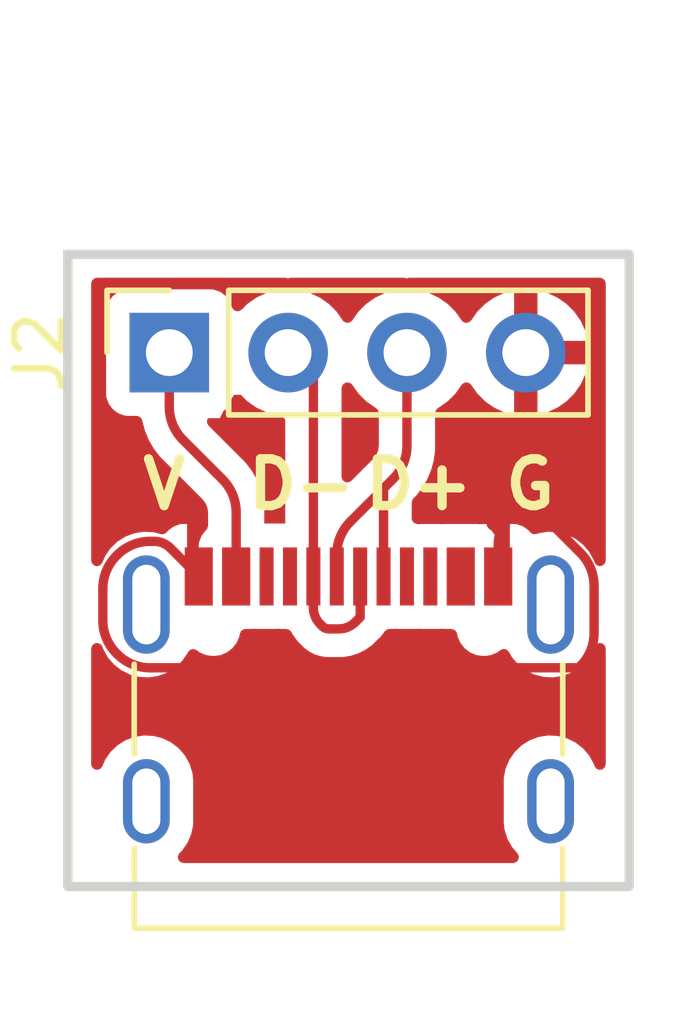
<source format=kicad_pcb>
(kicad_pcb (version 20221018) (generator pcbnew)
  (layers (0 "F.Cu" signal) (31 "B.Cu" signal) (34 "B.Paste" user) (35 "F.Paste" user) (36 "B.SilkS" user "B.Silkscreen") (37 "F.SilkS" user "F.Silkscreen") (38 "B.Mask" user) (39 "F.Mask" user) (44 "Edge.Cuts" user))
  (net 0 "")
  (net 1 "GND")
  (net 2 "VCC")
  (net 4 "Net-(J2-Pin_3)")
  (net 5 "Net-(J2-Pin_2)")
  (footprint "Connector_USB:USB_C_Receptacle_G-Switch_GT-USB-7010ASV" (layer "F.Cu") (at 156 60.605)
    (fp_text reference "J1" hide)
    (fp_text value "USB_C_Receptacle")
    (fp_line (start -4.58 -1.85) (end -4.58 0.07) (stroke (width 0.12)) (layer "F.SilkS"))
    (fp_line (start -4.58 3.785) (end -4.58 2.08) (stroke (width 0.12)) (layer "F.SilkS"))
    (fp_line (start 4.58 0.07) (end 4.58 -1.85) (stroke (width 0.12)) (layer "F.SilkS"))
    (fp_line (start 4.58 2.08) (end 4.58 3.785) (stroke (width 0.12)) (layer "F.SilkS"))
    (fp_line (start 4.58 3.785) (end -4.58 3.785) (stroke (width 0.12)) (layer "F.SilkS"))
    (pad "" np_thru_hole circle (at -2.89 -2.605) (size 0.65 0.65) (drill 0.65) (layers "*.Cu" "*.Mask"))
    (pad "" np_thru_hole circle (at 2.89 -2.605) (size 0.65 0.65) (drill 0.65) (layers "*.Cu" "*.Mask"))
    (pad "A1" smd rect (at -3.2 -3.725) (size 0.6 1.24) (layers "F.Cu" "F.Paste" "F.Mask") (net 1 "GND"))
    (pad "A4" smd rect (at -2.4 -3.725) (size 0.6 1.24) (layers "F.Cu" "F.Paste" "F.Mask") (net 2 "VCC"))
    (pad "A5" smd rect (at -1.25 -3.725) (size 0.3 1.24) (layers "F.Cu" "F.Paste" "F.Mask"))
    (pad "A6" smd rect (at -0.25 -3.725) (size 0.3 1.24) (layers "F.Cu" "F.Paste" "F.Mask") (net 4 "Net-(J2-Pin_3)"))
    (pad "A7" smd rect (at 0.25 -3.725) (size 0.3 1.24) (layers "F.Cu" "F.Paste" "F.Mask") (net 5 "Net-(J2-Pin_2)"))
    (pad "A8" smd rect (at 1.25 -3.725) (size 0.3 1.24) (layers "F.Cu" "F.Paste" "F.Mask"))
    (pad "A9" smd rect (at 2.4 -3.725) (size 0.6 1.24) (layers "F.Cu" "F.Paste" "F.Mask") (net 2 "VCC"))
    (pad "A12" smd rect (at 3.2 -3.725) (size 0.6 1.24) (layers "F.Cu" "F.Paste" "F.Mask") (net 1 "GND"))
    (pad "B1" smd rect (at 3.2 -3.725) (size 0.6 1.24) (layers "F.Cu" "F.Paste" "F.Mask") (net 1 "GND"))
    (pad "B4" smd rect (at 2.4 -3.725) (size 0.6 1.24) (layers "F.Cu" "F.Paste" "F.Mask") (net 2 "VCC"))
    (pad "B5" smd rect (at 1.75 -3.725) (size 0.3 1.24) (layers "F.Cu" "F.Paste" "F.Mask"))
    (pad "B6" smd rect (at 0.75 -3.725) (size 0.3 1.24) (layers "F.Cu" "F.Paste" "F.Mask") (net 4 "Net-(J2-Pin_3)"))
    (pad "B7" smd rect (at -0.75 -3.725) (size 0.3 1.24) (layers "F.Cu" "F.Paste" "F.Mask") (net 5 "Net-(J2-Pin_2)"))
    (pad "B8" smd rect (at -1.75 -3.725) (size 0.3 1.24) (layers "F.Cu" "F.Paste" "F.Mask"))
    (pad "B9" smd rect (at -2.4 -3.725) (size 0.6 1.24) (layers "F.Cu" "F.Paste" "F.Mask") (net 2 "VCC"))
    (pad "B12" smd rect (at -3.2 -3.725) (size 0.6 1.24) (layers "F.Cu" "F.Paste" "F.Mask") (net 1 "GND"))
    (pad "S1" thru_hole oval (at -4.32 -3.125) (size 1 2.1) (drill oval 0.6 1.7) (layers "*.Cu" "*.Mask"))
    (pad "S1" thru_hole oval (at -4.32 1.075) (size 1 1.8) (drill oval 0.6 1.4) (layers "*.Cu" "*.Mask"))
    (pad "S1" thru_hole oval (at 4.32 -3.125) (size 1 2.1) (drill oval 0.6 1.7) (layers "*.Cu" "*.Mask"))
    (pad "S1" thru_hole oval (at 4.32 1.075) (size 1 1.8) (drill oval 0.6 1.4) (layers "*.Cu" "*.Mask"))
  )
  (footprint "Connector_PinSocket_2.54mm:PinSocket_1x04_P2.54mm_Vertical" (layer "F.Cu") (at 152.17 52.1 90)
    (fp_text reference "J2" (at 0 -2.77 90) (layer "F.SilkS"))
    (fp_text value "Conn_01x04_Socket")
    (fp_line (start -1.33 1.27) (end -1.33 8.95) (stroke (width 0.12)) (layer "F.SilkS"))
    (fp_line (start -1.33 1.27) (end 1.33 1.27) (stroke (width 0.12)) (layer "F.SilkS"))
    (fp_line (start -1.33 8.95) (end 1.33 8.95) (stroke (width 0.12)) (layer "F.SilkS"))
    (fp_line (start 0 -1.33) (end 1.33 -1.33) (stroke (width 0.12)) (layer "F.SilkS"))
    (fp_line (start 1.33 -1.33) (end 1.33 0) (stroke (width 0.12)) (layer "F.SilkS"))
    (fp_line (start 1.33 1.27) (end 1.33 8.95) (stroke (width 0.12)) (layer "F.SilkS"))
    (pad "1" thru_hole rect (at 0 0 90) (size 1.7 1.7) (drill 1) (layers "*.Cu" "*.Mask") (net 2 "VCC"))
    (pad "2" thru_hole oval (at 0 2.54 90) (size 1.7 1.7) (drill 1) (layers "*.Cu" "*.Mask") (net 5 "Net-(J2-Pin_2)"))
    (pad "3" thru_hole oval (at 0 5.08 90) (size 1.7 1.7) (drill 1) (layers "*.Cu" "*.Mask") (net 4 "Net-(J2-Pin_3)"))
    (pad "4" thru_hole oval (at 0 7.62 90) (size 1.7 1.7) (drill 1) (layers "*.Cu" "*.Mask") (net 1 "GND"))
  )
  (gr_rect locked (start 150 50) (end 162 63.5) (stroke (width 0.2)) (fill none) (layer "Edge.Cuts"))
  (gr_text "D-" (at 153.75 55.5) (layer "F.SilkS") (effects (font (size 1 1) (thickness 0.2) bold) (justify left bottom)))
  (gr_text "D+" (at 156.25 55.5) (layer "F.SilkS") (effects (font (size 1 1) (thickness 0.2) bold) (justify left bottom)))
  (gr_text "G" (at 159.25 55.5) (layer "F.SilkS") (effects (font (size 1 1) (thickness 0.2) bold) (justify left bottom)))
  (gr_text "V" (at 151.5 55.5) (layer "F.SilkS") (effects (font (size 1 1) (thickness 0.2) bold) (justify left bottom)))
  (segment (start 159.2 56.88) (end 159.2 56.214214) (width 0.2) (layer "F.Cu") (net 1))
  (segment (start 160.92 58.83) (end 151.762843 58.83) (width 0.2) (layer "F.Cu") (net 1))
  (segment (start 159.492893 55.507107) (end 159.79 55.21) (width 0.2) (layer "F.Cu") (net 1))
  (segment (start 161.25 57.084214) (end 161.25 58.085786) (width 0.2) (layer "F.Cu") (net 1))
  (segment (start 159.79 55.21) (end 160.957107 56.377107) (width 0.2) (layer "F.Cu") (net 1))
  (segment (start 159.79 55.21) (end 159.79 52.1) (width 0.2) (layer "F.Cu") (net 1))
  (segment (start 150.75 57.817157) (end 150.75 57.142843) (width 0.2) (layer "F.Cu") (net 1))
  (segment (start 152.196447 56.276447) (end 152.8 56.88) (width 0.2) (layer "F.Cu") (net 1))
  (segment (start 151.055736 58.537107) (end 151.042893 58.524264) (width 0.2) (layer "F.Cu") (net 1))
  (segment (start 160.957107 58.792893) (end 160.92 58.83) (width 0.2) (layer "F.Cu") (net 1))
  (segment (start 151.762843 56.13) (end 151.842893 56.13) (width 0.2) (layer "F.Cu") (net 1))
  (segment (start 151.042893 56.435736) (end 151.055736 56.422893) (width 0.2) (layer "F.Cu") (net 1))
  (arc (start 151.762843 58.83) (mid 151.38016 58.75388) (end 151.055736 58.537107) (width 0.2) (layer "F.Cu") (net 1))
  (arc (start 161.25 57.084214) (mid 161.17388 56.701531) (end 160.957107 56.377107) (width 0.2) (layer "F.Cu") (net 1))
  (arc (start 151.055736 56.422893) (mid 151.380159 56.20612) (end 151.762843 56.13) (width 0.2) (layer "F.Cu") (net 1))
  (arc (start 150.75 57.817157) (mid 150.82612 58.19984) (end 151.042893 58.524264) (width 0.2) (layer "F.Cu") (net 1))
  (arc (start 160.957107 58.792893) (mid 161.17388 58.46847) (end 161.25 58.085786) (width 0.2) (layer "F.Cu") (net 1))
  (arc (start 151.042893 56.435736) (mid 150.82612 56.760159) (end 150.75 57.142843) (width 0.2) (layer "F.Cu") (net 1))
  (arc (start 159.2 56.214214) (mid 159.27612 55.831531) (end 159.492893 55.507107) (width 0.2) (layer "F.Cu") (net 1))
  (arc (start 152.196447 56.276447) (mid 152.034235 56.16806) (end 151.842893 56.13) (width 0.2) (layer "F.Cu") (net 1))
  (segment (start 153.6 55.514214) (end 153.6 56.88) (width 0.2) (layer "F.Cu") (net 2))
  (segment (start 152.17 52.1) (end 152.17 53.255786) (width 0.2) (layer "F.Cu") (net 2))
  (segment (start 152.462893 53.962893) (end 153.307107 54.807107) (width 0.2) (layer "F.Cu") (net 2))
  (arc (start 153.6 55.514214) (mid 153.52388 55.131531) (end 153.307107 54.807107) (width 0.2) (layer "F.Cu") (net 2))
  (arc (start 152.17 53.255786) (mid 152.24612 53.638469) (end 152.462893 53.962893) (width 0.2) (layer "F.Cu") (net 2))
  (segment (start 157.25 54.085786) (end 157.25 52.1) (width 0.2) (layer "F.Cu") (net 4))
  (segment (start 156.75 56.88) (end 156.75 55) (width 0.2) (layer "F.Cu") (net 4))
  (segment (start 156.75 55) (end 156.042893 55.707107) (width 0.2) (layer "F.Cu") (net 4))
  (segment (start 156.75 55) (end 156.957107 54.792893) (width 0.2) (layer "F.Cu") (net 4))
  (segment (start 155.75 56.414214) (end 155.75 56.88) (width 0.2) (layer "F.Cu") (net 4))
  (arc (start 155.75 56.414214) (mid 155.82612 56.031531) (end 156.042893 55.707107) (width 0.2) (layer "F.Cu") (net 4))
  (arc (start 157.25 54.085786) (mid 157.17388 54.468469) (end 156.957107 54.792893) (width 0.2) (layer "F.Cu") (net 4))
  (segment (start 156.25 57.75) (end 156.25 56.88) (width 0.2) (layer "F.Cu") (net 5))
  (segment (start 155.396447 57.896447) (end 155.441422 57.941422) (width 0.2) (layer "F.Cu") (net 5))
  (segment (start 156.146447 57.853553) (end 156.25 57.75) (width 0.2) (layer "F.Cu") (net 5))
  (segment (start 155.25 52.64) (end 155.25 56.88) (width 0.2) (layer "F.Cu") (net 5))
  (segment (start 155.582843 58) (end 155.792893 58) (width 0.2) (layer "F.Cu") (net 5))
  (segment (start 154.71 52.1) (end 155.25 52.64) (width 0.2) (layer "F.Cu") (net 5))
  (segment (start 155.25 56.88) (end 155.25 57.542893) (width 0.2) (layer "F.Cu") (net 5))
  (arc (start 155.25 57.542893) (mid 155.28806 57.734235) (end 155.396447 57.896447) (width 0.2) (layer "F.Cu") (net 5))
  (arc (start 155.441422 57.941422) (mid 155.506307 57.984776) (end 155.582843 58) (width 0.2) (layer "F.Cu") (net 5))
  (arc (start 155.792893 58) (mid 155.984235 57.96194) (end 156.146447 57.853553) (width 0.2) (layer "F.Cu") (net 5))
  (zone (net 1) (net_name "GND") (layer "F.Cu") (connect_pads (clearance 0.5)) (min_thickness 0.25) (fill yes (thermal_gap 0.5) (thermal_bridge_width 0.5))
    (polygon (pts (xy 162.5 49.5) (xy 162.5 64.25) (xy 149.25 64.25) (xy 149.25 49.5)))
  )
  (zone (net 1) (net_name "GND") (layer "F.Cu") (priority 1) (connect_pads (clearance 0.5)) (min_thickness 0.25) (fill yes (thermal_gap 0.5) (thermal_bridge_width 0.5))
    (polygon (pts (xy 153.75 53) (xy 154.25 53.25) (xy 155 53.75) (xy 155 55.75) (xy 154 55.75) (xy 153.75 54.75) (xy 152.5 53.5) (xy 153.25 53.5) (xy 153.5 53)))
  )
  (zone (net 1) (net_name "GND") (layer "F.Cu") (priority 2) (connect_pads (clearance 0.5)) (min_thickness 0.25) (fill yes (thermal_gap 0.5) (thermal_bridge_width 0.5))
    (polygon (pts (xy 156 52.75) (xy 156.75 53.25) (xy 157 54) (xy 156.75 54.5) (xy 156 55.25) (xy 155.75 55.75) (xy 155.5 55.5) (xy 155.5 53.5) (xy 156 52.5) (xy 156.25 53) (xy 156 53.25)))
  )
)
</source>
